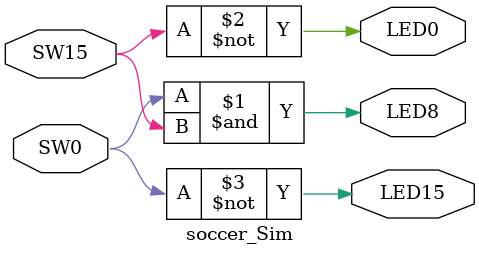
<source format=v>
`timescale 1ns / 1ps


module soccer_Sim(
    input SW0,SW15,
    output LED0,LED8,LED15);
    
    assign LED8=SW0&SW15;
    assign LED0=~SW15;
    assign LED15=~SW0; 
endmodule

</source>
